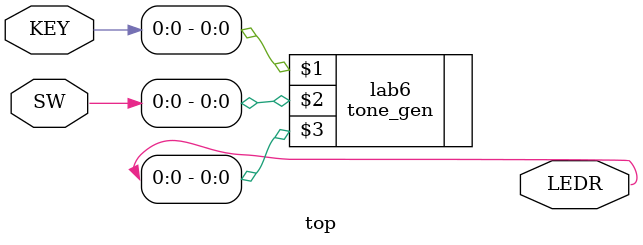
<source format=v>
module top (SW, KEY, LEDR);

    input wire [9:0] SW;        // DE-series switches
    input wire [3:0] KEY;       // DE-series pushbuttons

    output wire [9:0] LEDR;     // DE-series LEDs   

    tone_gen lab6 (KEY[0], SW[0], LEDR[0]);
 
endmodule


</source>
